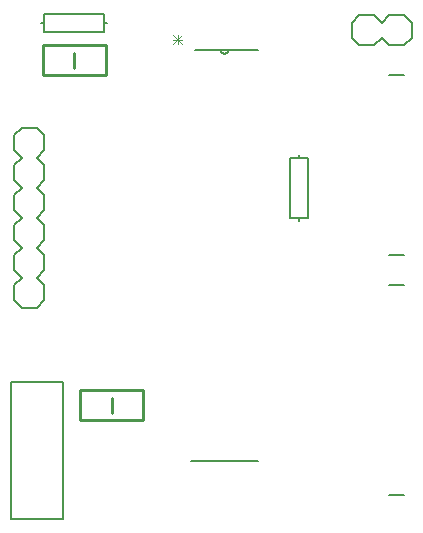
<source format=gto>
G75*
%MOIN*%
%OFA0B0*%
%FSLAX25Y25*%
%IPPOS*%
%LPD*%
%AMOC8*
5,1,8,0,0,1.08239X$1,22.5*
%
%ADD10C,0.00600*%
%ADD11C,0.00300*%
%ADD12C,0.00800*%
%ADD13C,0.01000*%
D10*
X0067300Y0022500D02*
X0089700Y0022500D01*
X0089700Y0159500D02*
X0079700Y0159500D01*
X0077300Y0159500D01*
X0068700Y0159500D01*
X0077300Y0159500D02*
X0077302Y0159431D01*
X0077308Y0159363D01*
X0077318Y0159295D01*
X0077331Y0159228D01*
X0077349Y0159162D01*
X0077370Y0159097D01*
X0077395Y0159033D01*
X0077423Y0158971D01*
X0077455Y0158910D01*
X0077490Y0158851D01*
X0077529Y0158795D01*
X0077571Y0158740D01*
X0077616Y0158689D01*
X0077664Y0158639D01*
X0077714Y0158593D01*
X0077767Y0158550D01*
X0077823Y0158509D01*
X0077880Y0158472D01*
X0077940Y0158439D01*
X0078002Y0158408D01*
X0078065Y0158382D01*
X0078129Y0158359D01*
X0078195Y0158339D01*
X0078262Y0158324D01*
X0078329Y0158312D01*
X0078397Y0158304D01*
X0078466Y0158300D01*
X0078534Y0158300D01*
X0078603Y0158304D01*
X0078671Y0158312D01*
X0078738Y0158324D01*
X0078805Y0158339D01*
X0078871Y0158359D01*
X0078935Y0158382D01*
X0078998Y0158408D01*
X0079060Y0158439D01*
X0079120Y0158472D01*
X0079177Y0158509D01*
X0079233Y0158550D01*
X0079286Y0158593D01*
X0079336Y0158639D01*
X0079384Y0158689D01*
X0079429Y0158740D01*
X0079471Y0158795D01*
X0079510Y0158851D01*
X0079545Y0158910D01*
X0079577Y0158971D01*
X0079605Y0159033D01*
X0079630Y0159097D01*
X0079651Y0159162D01*
X0079669Y0159228D01*
X0079682Y0159295D01*
X0079692Y0159363D01*
X0079698Y0159431D01*
X0079700Y0159500D01*
D11*
X0064486Y0161334D02*
X0061350Y0164470D01*
X0061350Y0162902D02*
X0064486Y0162902D01*
X0064486Y0164470D02*
X0061350Y0161334D01*
X0062918Y0161334D02*
X0062918Y0164470D01*
D12*
X0024563Y0003106D02*
X0007437Y0003106D01*
X0007437Y0048894D01*
X0024563Y0048894D01*
X0024563Y0003106D01*
X0016000Y0073500D02*
X0011000Y0073500D01*
X0008500Y0076000D01*
X0008500Y0081000D01*
X0011000Y0083500D01*
X0008500Y0086000D01*
X0008500Y0091000D01*
X0011000Y0093500D01*
X0008500Y0096000D01*
X0008500Y0101000D01*
X0011000Y0103500D01*
X0008500Y0106000D01*
X0008500Y0111000D01*
X0011000Y0113500D01*
X0008500Y0116000D01*
X0008500Y0121000D01*
X0011000Y0123500D01*
X0008500Y0126000D01*
X0008500Y0131000D01*
X0011000Y0133500D01*
X0016000Y0133500D01*
X0018500Y0131000D01*
X0018500Y0126000D01*
X0016000Y0123500D01*
X0018500Y0121000D01*
X0018500Y0116000D01*
X0016000Y0113500D01*
X0018500Y0111000D01*
X0018500Y0106000D01*
X0016000Y0103500D01*
X0018500Y0101000D01*
X0018500Y0096000D01*
X0016000Y0093500D01*
X0018500Y0091000D01*
X0018500Y0086000D01*
X0016000Y0083500D01*
X0018500Y0081000D01*
X0018500Y0076000D01*
X0016000Y0073500D01*
X0018500Y0165500D02*
X0018500Y0168500D01*
X0017500Y0168500D01*
X0018500Y0168500D02*
X0018500Y0171500D01*
X0038500Y0171500D01*
X0038500Y0168500D01*
X0039500Y0168500D01*
X0038500Y0168500D02*
X0038500Y0165500D01*
X0018500Y0165500D01*
X0100500Y0123500D02*
X0100500Y0103500D01*
X0103500Y0103500D01*
X0103500Y0102500D01*
X0103500Y0103500D02*
X0106500Y0103500D01*
X0106500Y0123500D01*
X0103500Y0123500D01*
X0103500Y0124500D01*
X0103500Y0123500D02*
X0100500Y0123500D01*
X0123500Y0161000D02*
X0121000Y0163500D01*
X0121000Y0168500D01*
X0123500Y0171000D01*
X0128500Y0171000D01*
X0131000Y0168500D01*
X0133500Y0171000D01*
X0138500Y0171000D01*
X0141000Y0168500D01*
X0141000Y0163500D01*
X0138500Y0161000D01*
X0133500Y0161000D01*
X0131000Y0163500D01*
X0128500Y0161000D01*
X0123500Y0161000D01*
X0133500Y0151000D02*
X0138500Y0151000D01*
X0138500Y0091000D02*
X0133500Y0091000D01*
X0133500Y0081000D02*
X0138500Y0081000D01*
X0138500Y0011000D02*
X0133500Y0011000D01*
D13*
X0051500Y0036000D02*
X0051500Y0046000D01*
X0030500Y0046000D01*
X0030500Y0036000D01*
X0051500Y0036000D01*
X0041000Y0038500D02*
X0041000Y0043500D01*
X0039000Y0151000D02*
X0018000Y0151000D01*
X0018000Y0161000D01*
X0039000Y0161000D01*
X0039000Y0151000D01*
X0028500Y0153500D02*
X0028500Y0158500D01*
M02*

</source>
